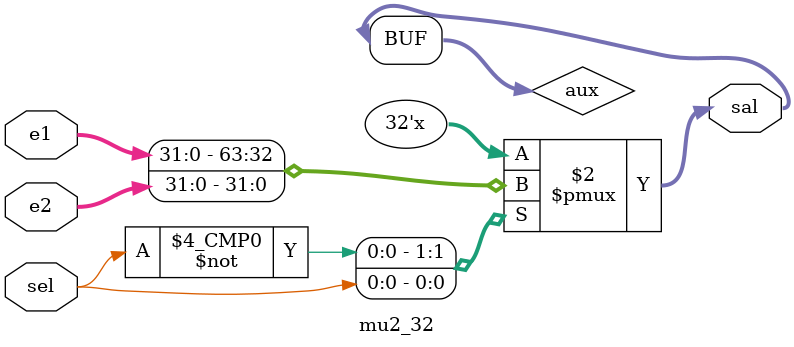
<source format=v>
module mu2_32(
    input [31:0] e1,
    input [31:0] e2,
    input wire sel,
    output [31:0] sal
);
reg [31:0] aux;

always@(*)
    begin
        case(sel)
            1'b0:
                aux = e1;
            1'b1:
                aux = e2;
        endcase
    end
assign sal = aux;

endmodule
</source>
